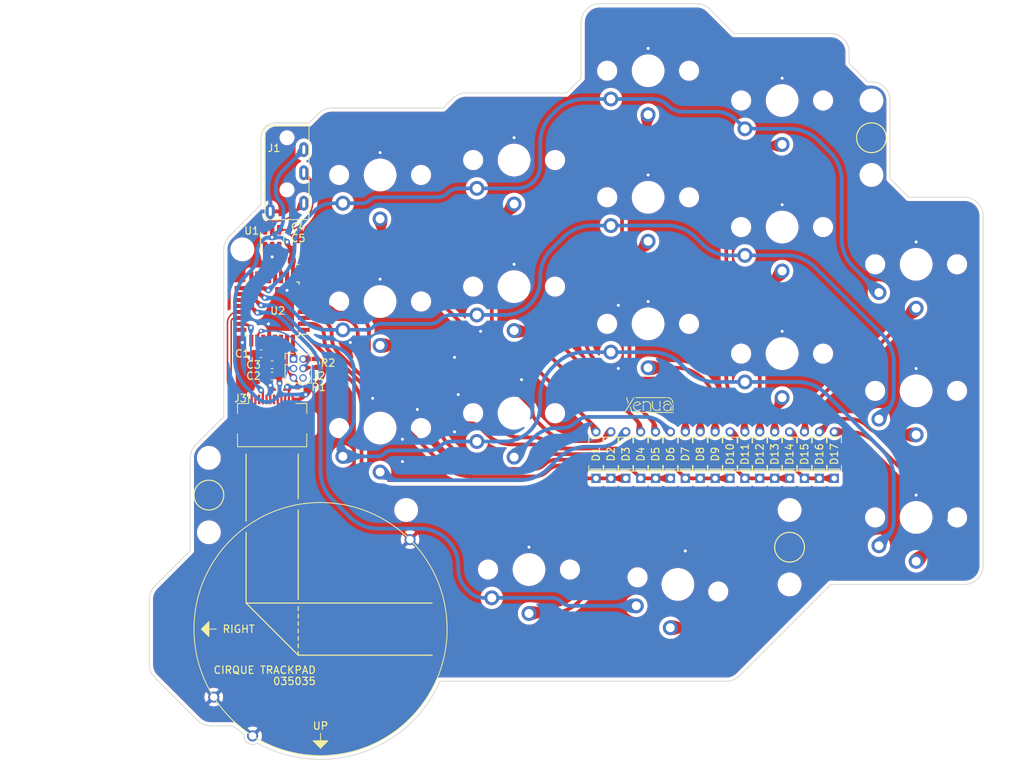
<source format=kicad_pcb>
(kicad_pcb (version 20211014) (generator pcbnew)

  (general
    (thickness 1.6)
  )

  (paper "A4")
  (layers
    (0 "F.Cu" signal)
    (31 "B.Cu" signal)
    (32 "B.Adhes" user "B.Adhesive")
    (33 "F.Adhes" user "F.Adhesive")
    (34 "B.Paste" user)
    (35 "F.Paste" user)
    (36 "B.SilkS" user "B.Silkscreen")
    (37 "F.SilkS" user "F.Silkscreen")
    (38 "B.Mask" user)
    (39 "F.Mask" user)
    (40 "Dwgs.User" user "User.Drawings")
    (41 "Cmts.User" user "User.Comments")
    (42 "Eco1.User" user "User.Eco1")
    (43 "Eco2.User" user "User.Eco2")
    (44 "Edge.Cuts" user)
    (45 "Margin" user)
    (46 "B.CrtYd" user "B.Courtyard")
    (47 "F.CrtYd" user "F.Courtyard")
    (48 "B.Fab" user)
    (49 "F.Fab" user)
    (50 "User.1" user)
    (51 "User.2" user)
    (52 "User.3" user)
    (53 "User.4" user)
    (54 "User.5" user)
    (55 "User.6" user)
    (56 "User.7" user)
    (57 "User.8" user)
    (58 "User.9" user)
  )

  (setup
    (stackup
      (layer "F.SilkS" (type "Top Silk Screen"))
      (layer "F.Paste" (type "Top Solder Paste"))
      (layer "F.Mask" (type "Top Solder Mask") (thickness 0.01))
      (layer "F.Cu" (type "copper") (thickness 0.035))
      (layer "dielectric 1" (type "core") (thickness 1.51) (material "FR4") (epsilon_r 4.5) (loss_tangent 0.02))
      (layer "B.Cu" (type "copper") (thickness 0.035))
      (layer "B.Mask" (type "Bottom Solder Mask") (thickness 0.01))
      (layer "B.Paste" (type "Bottom Solder Paste"))
      (layer "B.SilkS" (type "Bottom Silk Screen"))
      (copper_finish "None")
      (dielectric_constraints no)
    )
    (pad_to_mask_clearance 0)
    (pcbplotparams
      (layerselection 0x00010fc_ffffffff)
      (disableapertmacros false)
      (usegerberextensions false)
      (usegerberattributes true)
      (usegerberadvancedattributes true)
      (creategerberjobfile true)
      (svguseinch false)
      (svgprecision 6)
      (excludeedgelayer true)
      (plotframeref false)
      (viasonmask false)
      (mode 1)
      (useauxorigin false)
      (hpglpennumber 1)
      (hpglpenspeed 20)
      (hpglpendiameter 15.000000)
      (dxfpolygonmode true)
      (dxfimperialunits true)
      (dxfusepcbnewfont true)
      (psnegative false)
      (psa4output false)
      (plotreference true)
      (plotvalue true)
      (plotinvisibletext false)
      (sketchpadsonfab false)
      (subtractmaskfromsilk false)
      (outputformat 1)
      (mirror false)
      (drillshape 1)
      (scaleselection 1)
      (outputdirectory "")
    )
  )

  (net 0 "")
  (net 1 "GND")
  (net 2 "Net-(C1-Pad2)")
  (net 3 "+3V3")
  (net 4 "/SWDIO")
  (net 5 "/RST")
  (net 6 "/SWCLK")
  (net 7 "unconnected-(J2-Pad6)")
  (net 8 "/TRACK_SDA")
  (net 9 "/TRACK_SCL")
  (net 10 "/TRACK_BTN1")
  (net 11 "/TRACK_BTN3")
  (net 12 "/TRACK_BTN2")
  (net 13 "/TRACK_COPI")
  (net 14 "/TRACK_DATA_READY")
  (net 15 "/TRACK_CS")
  (net 16 "/TRACK_CIPO")
  (net 17 "/TRACK_SCK")
  (net 18 "/SCL")
  (net 19 "/SDA")
  (net 20 "Net-(J1-PadR2)")
  (net 21 "Net-(J1-PadR1)")
  (net 22 "C_PINKY")
  (net 23 "unconnected-(U2-Pad6)")
  (net 24 "unconnected-(U2-Pad7)")
  (net 25 "unconnected-(U2-Pad8)")
  (net 26 "R_TOP")
  (net 27 "R_HOME")
  (net 28 "R_BOTTOM")
  (net 29 "R_THUMB")
  (net 30 "C_INNER")
  (net 31 "C_INDEX")
  (net 32 "C_MIDDLE")
  (net 33 "C_RING")
  (net 34 "unconnected-(U2-Pad24)")
  (net 35 "unconnected-(U2-Pad25)")
  (net 36 "unconnected-(U2-Pad27)")
  (net 37 "Net-(D1-Pad2)")
  (net 38 "Net-(D2-Pad2)")
  (net 39 "Net-(D3-Pad2)")
  (net 40 "Net-(D4-Pad2)")
  (net 41 "Net-(D5-Pad2)")
  (net 42 "Net-(D6-Pad2)")
  (net 43 "Net-(D7-Pad2)")
  (net 44 "Net-(D8-Pad2)")
  (net 45 "Net-(D9-Pad2)")
  (net 46 "Net-(D10-Pad2)")
  (net 47 "Net-(D11-Pad2)")
  (net 48 "Net-(D12-Pad2)")
  (net 49 "Net-(D13-Pad2)")
  (net 50 "Net-(D14-Pad2)")
  (net 51 "Net-(D15-Pad2)")
  (net 52 "Net-(D16-Pad2)")
  (net 53 "Net-(D17-Pad2)")
  (net 54 "unconnected-(U2-Pad13)")
  (net 55 "unconnected-(U2-Pad14)")
  (net 56 "unconnected-(U2-Pad15)")
  (net 57 "unconnected-(U2-Pad16)")

  (footprint "Capacitor_SMD:C_0603_1608Metric_Pad1.08x0.95mm_HandSolder" (layer "F.Cu") (at 55.5 116.5 180))

  (footprint "MountingHole:MountingHole_2.2mm_M2_DIN965" (layer "F.Cu") (at 136 91))

  (footprint "mbk:Choc-1u-solder" (layer "F.Cu") (at 106 94))

  (footprint "Capacitor_SMD:C_0603_1608Metric_Pad1.08x0.95mm_HandSolder" (layer "F.Cu") (at 59 102.5))

  (footprint "mbk:Choc-1u-solder" (layer "F.Cu") (at 124 81))

  (footprint "1N4148:DIOAD829W49L456D191" (layer "F.Cu") (at 105 128.5 90))

  (footprint "mbk:Choc-1u-solder" (layer "F.Cu") (at 70 91))

  (footprint "1N4148:DIOAD829W49L456D191" (layer "F.Cu") (at 107 128.5 90))

  (footprint "Package_TO_SOT_SMD:SOT-23-6" (layer "F.Cu") (at 55.5 99.5 90))

  (footprint "1N4148:DIOAD829W49L456D191" (layer "F.Cu") (at 111 128.5 90))

  (footprint "Resistor_SMD:R_0402_1005Metric_Pad0.72x0.64mm_HandSolder" (layer "F.Cu") (at 59.5 119.5 180))

  (footprint "1N4148:DIOAD829W49L456D191" (layer "F.Cu") (at 99 128.5 90))

  (footprint "cirque:cirque_TM035035" (layer "F.Cu") (at 62 152 180))

  (footprint "mbk:Choc-1u-solder" (layer "F.Cu") (at 124 98))

  (footprint "1N4148:DIOAD829W49L456D191" (layer "F.Cu") (at 127 128.5 90))

  (footprint "1N4148:DIOAD829W49L456D191" (layer "F.Cu") (at 125 128.5 90))

  (footprint "mbk:Choc-1u-solder" (layer "F.Cu") (at 88 106))

  (footprint "MountingHole:MountingHole_2.2mm_M2_DIN965" (layer "F.Cu") (at 136 81))

  (footprint "1N4148:DIOAD829W49L456D191" (layer "F.Cu") (at 117 128.5 90))

  (footprint "1N4148:DIOAD829W49L456D191" (layer "F.Cu") (at 109 128.5 90))

  (footprint "mbk:Choc-1u-solder" (layer "F.Cu") (at 142 103))

  (footprint "pj320a:Jack_3.5mm_PJ320A_Horizontal" (layer "F.Cu") (at 57.5 86 -90))

  (footprint "mbk:Choc-1u-solder" (layer "F.Cu") (at 142 137))

  (footprint "mbk:Choc-1u-solder" (layer "F.Cu") (at 124 115))

  (footprint "Connector_FFC-FPC:Hirose_FH12-12S-0.5SH_1x12-1MP_P0.50mm_Horizontal" (layer "F.Cu") (at 55.5 123))

  (footprint "1N4148:DIOAD829W49L456D191" (layer "F.Cu") (at 113 128.5 90))

  (footprint "1N4148:DIOAD829W49L456D191" (layer "F.Cu") (at 115 128.5 90))

  (footprint "mbk:Choc-1u-solder" (layer "F.Cu") (at 88 89))

  (footprint "Capacitor_SMD:C_0603_1608Metric_Pad1.08x0.95mm_HandSolder" (layer "F.Cu") (at 59 101))

  (footprint "xenua:sig" (layer "F.Cu") (at 102.845 122.905167))

  (footprint "MountingHole:MountingHole_2.2mm_M2_DIN965" (layer "F.Cu") (at 125 136))

  (footprint "mbk:Choc-1u-solder" (layer "F.Cu") (at 106 111))

  (footprint "MountingHole:MountingHole_2.2mm_M2_DIN965" (layer "F.Cu") (at 51.5 101))

  (footprint "1N4148:DIOAD829W49L456D191" (layer "F.Cu") (at 103 128.5 90))

  (footprint "MountingHole:MountingHole_2.2mm_M2_DIN965" (layer "F.Cu") (at 47 139))

  (footprint "1N4148:DIOAD829W49L456D191" (layer "F.Cu") (at 131 128.5 90))

  (footprint "Connector_PinHeader_1.27mm:PinHeader_2x03_P1.27mm_Vertical" (layer "F.Cu") (at 58.375 115.725))

  (footprint "mbk:Choc-1u-solder" (layer "F.Cu") (at 142 120))

  (footprint "Capacitor_SMD:C_0603_1608Metric_Pad1.08x0.95mm_HandSolder" (layer "F.Cu") (at 54 115))

  (footprint "MountingHole:MountingHole_2.2mm_M2_DIN965" (layer "F.Cu") (at 125 146))

  (footprint "mbk:Choc-1u-solder" (layer "F.Cu") (at 88 123))

  (footprint "mbk:Choc-1u-solder" (layer "F.Cu") (at 110 146 -10))

  (footprint "1N4148:DIOAD829W49L456D191" (layer "F.Cu") (at 121 128.5 90))

  (footprint "1N4148:DIOAD829W49L456D191" (layer "F.Cu") (at 119 128.5 90))

  (footprint "mbk:Choc-1u-solder" (layer "F.Cu") (at 70 108))

  (footprint "1N4148:DIOAD829W49L456D191" (layer "F.Cu") (at 101 128.5 90))

  (footprint "Resistor_SMD:R_0402_1005Metric_Pad0.72x0.64mm_HandSolder" (layer "F.Cu") (at 61.5 116.25 90))

  (footprint "Package_QFP:TQFP-32_7x7mm_P0.8mm" (layer "F.Cu")
    (tedit 5A02F146) (tstamp ca98b832-42d9-48ef-b0f0-8a38fadade53)
    (at 55.5 109 180)
    (descr "32-Lead Plastic Thin Quad Flatpack (PT) - 7x7x1.0 mm Body, 2.00 mm [TQFP] (see Microchip Packaging Specification 00000049BS.pdf)")
    (tags "QFP 0.8")
    (property "Sheetfile" "righthand.kicad_sch")
    (property "Sheetname" "")
    (path "/cd05dc71-d59b-4335-902d-fe9d6feaeb4a")
    (attr smd)
    (fp_text reference "U2" (at -0.75 -0.25) (layer "F.SilkS")
      (effects (font (size 1 1) (thickness 0.15)))
      (tstamp 7380e8af-0da0-4d19-b97a-3db74afed84b)
    )
    (fp_text value "ATSAMD21E17D-A" (at 0 6.05) (layer "F.Fab")
      (effects (font (size 1 1) (thickness 0.15)))
      (tstamp f2253836-2d9b-40d1-8286-5de307be6bb5)
    )
    (fp_text user "${REFERENCE}" (at 0 0) (layer "F.Fab")
      (effects (font (size 1 1) (thickness 0.15)))
      (tstamp ff516df4-8762-493a-bfa9-d109ded985f2)
    )
    (fp_line (start -3.625 3.625) (end -3.625 3.3) (layer "F.SilkS") (width 0.15) (tstamp 163a52c9-5b76-408e-9e8d-b1d727f1e5eb))
    (fp_line (start -3.625 -3.4) (end -5.05 -3.4) (layer "F.SilkS") (width 0.15) (tstamp 4694337d-87f2-4001-9a42-3ac5af7174f1))
    (fp_line (start -3.625 -3.625) (end -3.625 -3.4) (layer "F.SilkS") (width 0.15) (tstamp 47cb438f-2cfc-49d4-b243-896fd33c4f28))
    (fp_line (start 3.625 3.625) (end 3.3 3.625) (layer "F.SilkS") (width 0.15) (tstamp 875bddaa-a6a5-4d05-aa4e-f34cad246fdd))
    (fp_line (start -3.625 3.625) (end -3.3 3.625) (layer "F.SilkS") (width 0.15) (tstamp abbb76e5-e303-4551-abef-6360b634a66e))
    (fp_line (start -3.625 -3.625) (end -3.3 -3.625) (layer "F.SilkS") (width 0.15) (tstamp b86e3cce-ec47-4e60-ad5f-0c88bb84273a))
    (fp_line (start 3.625 -3.625) (end 3.3 -3.625) (layer "F.SilkS") (width 0.15) (tstamp bd51819b-f5a4-4341-9885-d60fd4aa7ac5))
    (fp_line (start 3.625 -3.625) (end 3.625 -3.3) (layer "F.SilkS") (width 0.15) (tstamp d5bef497-bc4d-4dbe-99cb-e4b3a4c01e3f))
    (fp_line (start 3.625 3.625) (end 3.625 3.3) (layer "F.SilkS") (width 0.15) (tstamp d8527688-0a5f-4213-b379-755ddb37619d))
    (fp_line (start -5.3 -5.3) (end 5.3 -5.3) (layer "F.CrtYd") (width 0.05) (tstamp 075e0099-43cc-4e57-801b-810418507ddf))
    (fp_line (start -5.3 5.3) (end 5.3 5.3) (layer "F.CrtYd") (width 0.05) (tstamp 20f4c3c6-d0c7-4e28-b603-453c6a1d75b5))
    (fp_line (start 5.3 -5.3) (end 5.3 5.3) (layer "F.CrtYd") (width 0.05) (tstamp 2133e340-0ea5-497f-be25-7d4b6d30df2c))
    (fp_line (start -5.3 -5.3) (end -5.3 5.3) (layer "F.CrtYd") (width 0.05) (tstamp cc26b4de-d661-424c-883c-1a8ced1f8768))
    (fp_line (start 3.5 -3.5) (end 3.5 3.5) (layer "F.Fab") (width 0.15) (tstamp 0ab6f123-2f7f-4459-9959-f610555e9965))
    (fp_line (start -3.5 3.5) (end -3.5 -2.5) (layer "F.Fab") (width 0.15) (tstamp 5f53635a-7790-49ef-a708-d89dbdce66ff))
    (fp_line (start 3.5 3.5) (end -3.5 3.5) (layer "F.Fab") (width 0.15) (tstamp 6e1700cd-cad7-4c73-a404-c7fdf714574e))
    (fp_line (start -3.5 -2.5) (end -2.5 -3.5) (layer "F.Fab") (width 0.15) (tstamp a4b2c316-8378-48ff-9099-c95542d4d444))
    (fp_line (start -2.5 -3.5) (end 3.5 -3.5) (layer "F.Fab") (width 0.15) (tstamp fa371ff8-e6fb-4463-8f56-ac49214cf9cf))
    (pad "1" smd rect (at -4.25 -2.8 180) (size 1.6 0.55) (layers "F.Cu" "F.Paste" "F.Mask")
      (net 30 "C_INNER") (pinfunction "PA00") (pintype "bidirectional") (tstamp de6c64d1-4ece-4a3f-aa19-c7141c9b1d34))
    (pad "2" smd rect (at -4.25 -2 180) (size 1.6 0.55) (layers "F.Cu" "F.Paste" "F.Mask")
      (net 31 "C_INDEX") (pinfunction "PA01") (pintype "bidirectional") (tstamp 84b5f244-dacb-46d0-b787-6a3c3e03a9e9))
    (pad "3" smd rect (at -4.25 -1.2 180) (size 1.6 0.55) (layers "F.Cu" "F.Paste" "F.Mask")
      (net 32 "C_MIDDLE") (pinfunction "PA02") (pintype "bidirectional") (tstamp 5597da75-39fc-4d77-89f2-21aa5ef8ba8f))
    (pad "4" smd rect (at -4.25 -0.4 180) (size 1.6 0.55) (layers "F.Cu" "F.Paste" "F.Mask")
      (net 33 "C_RING") (pinfunction "PA03") (pintype "bidirectional") (tstamp 209cde5c-0bb3-411e-b329-e93397c704e0))
    (pad "5" smd rect (at -4.25 0.4 180) (size 1.6 0.55) (layers "F.Cu" "F.Paste" "F.Mask")
      (net 22 "C_PINKY") (pinfunction "PA04") (pintype "bidirectional") (tstamp b82ab260-9cf7-4a11-a443-5d402a27af23))
    (pad "6" smd rect (at -4.25 1.2 180) (size 1.6 0.55) (layers "F.Cu" "F.Paste" "F.Mask")
      (net 23 "unconnected-(U2-Pad6)") (pinfunction "PA05") (pintype "bidirectional") (tstamp 179c24d1-7126-42bf-97a3-780c05bb1910))
    (pad "7" smd rect (at -4.25 2 180) (size 1.6 0.55) (layers "F.Cu" "F.Paste" "F.Mask")
      (net 24 "unconnected-(U2-Pad7)") (pinfunction "PA06") (pintype "bidirectional") (tstamp d5c4fb86-56b1-4f06-b04a-6b003385b76a))
    (pad "8" smd rect (at -4.25 2.8 180) (size 1.6 0.55) (layers "F.Cu" "F.Paste" "F.Mask")
      (net 25 "unconnected-(U2-Pad8)") (pinfunction "PA07") (pintype "bidirectional") (tstamp 05a71337-cddb-4d9a-b7ab-112952ceb99b))
    (pad "9" smd rect (at -2.8 4.25 270) (size 1.6 0.55) (layers "F.Cu" "F.Paste" "F.Mask")
      (net 
... [2012606 chars truncated]
</source>
